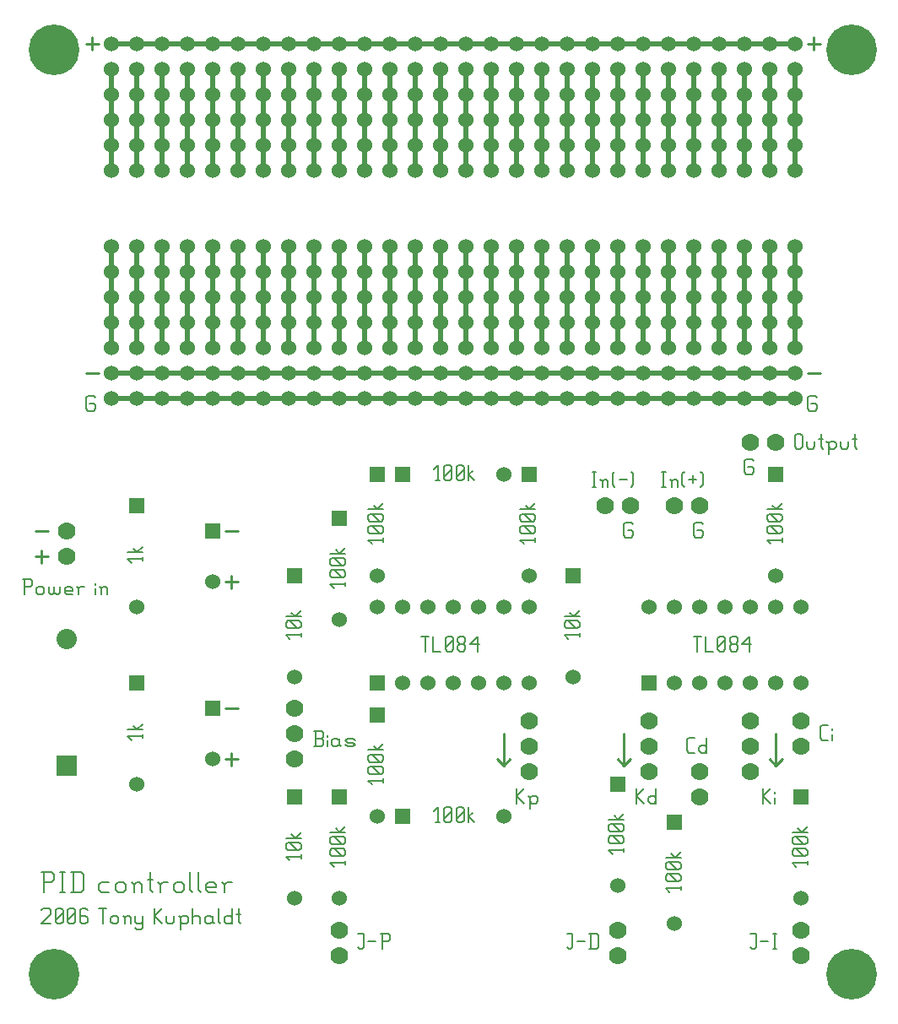
<source format=gbr>
G04 Title: (unknown), layergroup #1 *
G04 Creator: pcb-bin 20050315 *
G04 CreationDate: Fri Feb 24 05:37:41 2006 UTC *
G04 For: tony *
G04 Format: Gerber/RS-274X *
G04 PCB-Dimensions: 347600 397900 *
G04 PCB-Coordinate-Origin: lower left *
%MOIN*%
%FSLAX24Y24*%
G04 contains layers component (0) signal2 (5) *
%IPPOS*%
%ADD11C,0.0250*%
%ADD12C,0.0450*%
%ADD13C,0.0200*%
%ADD14C,0.0400*%
%ADD15C,0.0100*%
%ADD16C,0.0220*%
%ADD17C,0.0700*%
%ADD18C,0.0760*%
%ADD19C,0.0600*%
%ADD20C,0.0660*%
%ADD21R,0.0800X0.0800*%
%ADD22R,0.0860X0.0860*%
%ADD23C,0.0800*%
%ADD24C,0.0860*%
%ADD25R,0.0600X0.0600*%
%ADD26R,0.0660X0.0660*%
%ADD27C,0.0080*%
%ADD28C,0.2000*%
%LNGROUP_0*%
%LPD*%
G01X0Y0D02*
G54D15*X2750Y25540D02*X3250D01*
X31250D02*X31750D01*
X31250Y38540D02*X31750D01*
X31500Y38790D02*Y38290D01*
X2750Y38540D02*X3250D01*
X3000Y38790D02*Y38290D01*
G54D13*X29750Y30540D02*Y26540D01*
X28750Y30540D02*Y26540D01*
X27750Y30540D02*Y26540D01*
X26750Y30540D02*Y26540D01*
X25750Y30540D02*Y26540D01*
X24750Y30540D02*Y26540D01*
X23750Y30540D02*Y26540D01*
X22750Y30540D02*Y26540D01*
X21750Y30540D02*Y26540D01*
X20750Y30540D02*Y26540D01*
X19750Y30540D02*Y26540D01*
X18750Y30540D02*Y26540D01*
X17750Y30540D02*Y26540D01*
X16750Y30540D02*Y26540D01*
X15750Y30540D02*Y26540D01*
X14750Y30540D02*Y26540D01*
X13750Y30540D02*Y26540D01*
X12750Y30540D02*Y26540D01*
X11750Y30540D02*Y26540D01*
X10750Y30540D02*Y26540D01*
X9750Y30540D02*Y26540D01*
X8750Y30540D02*Y26540D01*
X7750Y30540D02*Y26540D01*
X6750Y30540D02*Y26540D01*
X5750Y30540D02*Y26540D01*
X4750Y30540D02*Y26540D01*
X3750Y30540D02*Y26540D01*
Y37540D02*Y33540D01*
X4750Y37540D02*Y33540D01*
X5750Y37540D02*Y33540D01*
X6750Y37540D02*Y33540D01*
X7750Y37540D02*Y33540D01*
X8750Y37540D02*Y33540D01*
X9750Y37540D02*Y33540D01*
X10750Y37540D02*Y33540D01*
X11750Y37540D02*Y33540D01*
X12750Y37540D02*Y33540D01*
X13750Y37540D02*Y33540D01*
X14750Y37540D02*Y33540D01*
X30750Y30540D02*Y26540D01*
X16750Y37540D02*Y33540D01*
X17750Y37540D02*Y33540D01*
X18750Y37540D02*Y33540D01*
X19750Y37540D02*Y33540D01*
X20750Y37540D02*Y33540D01*
X21750Y37540D02*Y33540D01*
X22750Y37540D02*Y33540D01*
X23750Y37540D02*Y33540D01*
X15750Y37540D02*Y33540D01*
X24750Y37540D02*Y33540D01*
X25750Y37540D02*Y33540D01*
X26750Y37540D02*Y33540D01*
X27750D02*Y37540D01*
X28750D02*Y33540D01*
X29750D02*Y37540D01*
X30750D02*Y33540D01*
X3750Y38540D02*X30750D01*
X3750Y25540D02*X30750D01*
X3750Y24540D02*X30750D01*
G54D15*X8500Y10540D02*Y10040D01*
X750Y18290D02*X1250D01*
X750Y19290D02*X1250D01*
X24000Y10040D02*X24250Y10290D01*
X23750D02*X24000Y10040D01*
Y11290D02*Y10040D01*
X19250D02*X19500Y10290D01*
X19250Y11290D02*Y10040D01*
X19000Y10290D02*X19250Y10040D01*
X8250Y10290D02*X8750D01*
X8250Y17290D02*X8750D01*
X8250Y12290D02*X8750D01*
X8500Y17540D02*Y17040D01*
X8250Y19290D02*X8750D01*
X1000Y18540D02*Y18040D01*
X30000Y11290D02*Y10040D01*
X30250Y10290D01*
X29750D02*X30000Y10040D01*
G04 Text: Cd *
G54D27*X26575Y10540D02*X26800D01*
X26500Y10615D02*X26575Y10540D01*
X26500Y11065D02*Y10615D01*
Y11065D02*X26575Y11140D01*
X26800D01*
X27280D02*Y10540D01*
X27205D02*X27280Y10615D01*
X27055Y10540D02*X27205D01*
X26980Y10615D02*X27055Y10540D01*
X26980Y10765D02*Y10615D01*
Y10765D02*X27055Y10840D01*
X27205D01*
X27280Y10765D01*
G04 Text: G *
X31550Y24640D02*X31625Y24565D01*
X31325Y24640D02*X31550D01*
X31250Y24565D02*X31325Y24640D01*
X31250Y24565D02*Y24115D01*
X31325Y24040D01*
X31550D01*
X31625Y24115D01*
Y24265D02*Y24115D01*
X31550Y24340D02*X31625Y24265D01*
X31400Y24340D02*X31550D01*
G04 Text: 100k *
X14500Y9515D02*Y9365D01*
X13900Y9440D02*X14500D01*
X14050Y9290D02*X13900Y9440D01*
X14425Y9695D02*X14500Y9770D01*
X13975Y9695D02*X14425D01*
X13975D02*X13900Y9770D01*
Y9920D02*Y9770D01*
Y9920D02*X13975Y9995D01*
X14425D01*
X14500Y9920D02*X14425Y9995D01*
X14500Y9920D02*Y9770D01*
X14350Y9695D02*X14050Y9995D01*
X14425Y10175D02*X14500Y10250D01*
X13975Y10175D02*X14425D01*
X13975D02*X13900Y10250D01*
Y10400D02*Y10250D01*
Y10400D02*X13975Y10475D01*
X14425D01*
X14500Y10400D02*X14425Y10475D01*
X14500Y10400D02*Y10250D01*
X14350Y10175D02*X14050Y10475D01*
X13900Y10655D02*X14500D01*
X14275D02*X14500Y10880D01*
X14275Y10655D02*X14125Y10805D01*
G04 Text: 100k *
X14500Y19015D02*Y18865D01*
X13900Y18940D02*X14500D01*
X14050Y18790D02*X13900Y18940D01*
X14425Y19195D02*X14500Y19270D01*
X13975Y19195D02*X14425D01*
X13975D02*X13900Y19270D01*
Y19420D02*Y19270D01*
Y19420D02*X13975Y19495D01*
X14425D01*
X14500Y19420D02*X14425Y19495D01*
X14500Y19420D02*Y19270D01*
X14350Y19195D02*X14050Y19495D01*
X14425Y19675D02*X14500Y19750D01*
X13975Y19675D02*X14425D01*
X13975D02*X13900Y19750D01*
Y19900D02*Y19750D01*
Y19900D02*X13975Y19975D01*
X14425D01*
X14500Y19900D02*X14425Y19975D01*
X14500Y19900D02*Y19750D01*
X14350Y19675D02*X14050Y19975D01*
X13900Y20155D02*X14500D01*
X14275D02*X14500Y20380D01*
X14275Y20155D02*X14125Y20305D01*
G04 Text: 1k *
X5000Y18265D02*Y18115D01*
X4400Y18190D02*X5000D01*
X4550Y18040D02*X4400Y18190D01*
Y18445D02*X5000D01*
X4775D02*X5000Y18670D01*
X4775Y18445D02*X4625Y18595D01*
G04 Text: G *
X29050Y22140D02*X29125Y22065D01*
X28825Y22140D02*X29050D01*
X28750Y22065D02*X28825Y22140D01*
X28750Y22065D02*Y21615D01*
X28825Y21540D01*
X29050D01*
X29125Y21615D01*
Y21765D02*Y21615D01*
X29050Y21840D02*X29125Y21765D01*
X28900Y21840D02*X29050D01*
G04 Text: 100k *
X24000Y6765D02*Y6615D01*
X23400Y6690D02*X24000D01*
X23550Y6540D02*X23400Y6690D01*
X23925Y6945D02*X24000Y7020D01*
X23475Y6945D02*X23925D01*
X23475D02*X23400Y7020D01*
Y7170D02*Y7020D01*
Y7170D02*X23475Y7245D01*
X23925D01*
X24000Y7170D02*X23925Y7245D01*
X24000Y7170D02*Y7020D01*
X23850Y6945D02*X23550Y7245D01*
X23925Y7425D02*X24000Y7500D01*
X23475Y7425D02*X23925D01*
X23475D02*X23400Y7500D01*
Y7650D02*Y7500D01*
Y7650D02*X23475Y7725D01*
X23925D01*
X24000Y7650D02*X23925Y7725D01*
X24000Y7650D02*Y7500D01*
X23850Y7425D02*X23550Y7725D01*
X23400Y7905D02*X24000D01*
X23775D02*X24000Y8130D01*
X23775Y7905D02*X23625Y8055D01*
G04 Text: Output *
X30750Y23065D02*Y22615D01*
Y23065D02*X30825Y23140D01*
X30975D01*
X31050Y23065D01*
Y22615D01*
X30975Y22540D02*X31050Y22615D01*
X30825Y22540D02*X30975D01*
X30750Y22615D02*X30825Y22540D01*
X31230Y22840D02*Y22615D01*
X31305Y22540D01*
X31455D01*
X31530Y22615D01*
Y22840D02*Y22615D01*
X31785Y23140D02*Y22615D01*
X31860Y22540D01*
X31710Y22915D02*X31860D01*
X32085Y22765D02*Y22315D01*
X32010Y22840D02*X32085Y22765D01*
X32160Y22840D01*
X32310D01*
X32385Y22765D01*
Y22615D01*
X32310Y22540D02*X32385Y22615D01*
X32160Y22540D02*X32310D01*
X32085Y22615D02*X32160Y22540D01*
X32565Y22840D02*Y22615D01*
X32640Y22540D01*
X32790D01*
X32865Y22615D01*
Y22840D02*Y22615D01*
X33120Y23140D02*Y22615D01*
X33195Y22540D01*
X33045Y22915D02*X33195D01*
G04 Text: 10k *
X22250Y15265D02*Y15115D01*
X21650Y15190D02*X22250D01*
X21800Y15040D02*X21650Y15190D01*
X22175Y15445D02*X22250Y15520D01*
X21725Y15445D02*X22175D01*
X21725D02*X21650Y15520D01*
Y15670D02*Y15520D01*
Y15670D02*X21725Y15745D01*
X22175D01*
X22250Y15670D02*X22175Y15745D01*
X22250Y15670D02*Y15520D01*
X22100Y15445D02*X21800Y15745D01*
X21650Y15925D02*X22250D01*
X22025D02*X22250Y16150D01*
X22025Y15925D02*X21875Y16075D01*
G04 Text: 10k *
X11250Y15265D02*Y15115D01*
X10650Y15190D02*X11250D01*
X10800Y15040D02*X10650Y15190D01*
X11175Y15445D02*X11250Y15520D01*
X10725Y15445D02*X11175D01*
X10725D02*X10650Y15520D01*
Y15670D02*Y15520D01*
Y15670D02*X10725Y15745D01*
X11175D01*
X11250Y15670D02*X11175Y15745D01*
X11250Y15670D02*Y15520D01*
X11100Y15445D02*X10800Y15745D01*
X10650Y15925D02*X11250D01*
X11025D02*X11250Y16150D01*
X11025Y15925D02*X10875Y16075D01*
G04 Text: 2006 Tony Kuphaldt *
X1000Y4315D02*X1075Y4390D01*
X1300D01*
X1375Y4315D01*
Y4165D01*
X1000Y3790D02*X1375Y4165D01*
X1000Y3790D02*X1375D01*
X1555Y3865D02*X1630Y3790D01*
X1555Y4315D02*Y3865D01*
Y4315D02*X1630Y4390D01*
X1780D01*
X1855Y4315D01*
Y3865D01*
X1780Y3790D02*X1855Y3865D01*
X1630Y3790D02*X1780D01*
X1555Y3940D02*X1855Y4240D01*
X2035Y3865D02*X2110Y3790D01*
X2035Y4315D02*Y3865D01*
Y4315D02*X2110Y4390D01*
X2260D01*
X2335Y4315D01*
Y3865D01*
X2260Y3790D02*X2335Y3865D01*
X2110Y3790D02*X2260D01*
X2035Y3940D02*X2335Y4240D01*
X2740Y4390D02*X2815Y4315D01*
X2590Y4390D02*X2740D01*
X2515Y4315D02*X2590Y4390D01*
X2515Y4315D02*Y3865D01*
X2590Y3790D01*
X2740Y4090D02*X2815Y4015D01*
X2515Y4090D02*X2740D01*
X2590Y3790D02*X2740D01*
X2815Y3865D01*
Y4015D02*Y3865D01*
X3265Y4390D02*X3565D01*
X3415D02*Y3790D01*
X3745Y4015D02*Y3865D01*
Y4015D02*X3820Y4090D01*
X3970D01*
X4045Y4015D01*
Y3865D01*
X3970Y3790D02*X4045Y3865D01*
X3820Y3790D02*X3970D01*
X3745Y3865D02*X3820Y3790D01*
X4300Y4015D02*Y3790D01*
Y4015D02*X4375Y4090D01*
X4450D01*
X4525Y4015D01*
Y3790D01*
X4225Y4090D02*X4300Y4015D01*
X4706Y4090D02*Y3865D01*
X4781Y3790D01*
X5006Y4090D02*Y3640D01*
X4931Y3565D02*X5006Y3640D01*
X4781Y3565D02*X4931D01*
X4706Y3640D02*X4781Y3565D01*
Y3790D02*X4931D01*
X5006Y3865D01*
X5456Y4390D02*Y3790D01*
Y4090D02*X5756Y4390D01*
X5456Y4090D02*X5756Y3790D01*
X5936Y4090D02*Y3865D01*
X6011Y3790D01*
X6161D01*
X6236Y3865D01*
Y4090D02*Y3865D01*
X6491Y4015D02*Y3565D01*
X6416Y4090D02*X6491Y4015D01*
X6566Y4090D01*
X6716D01*
X6791Y4015D01*
Y3865D01*
X6716Y3790D02*X6791Y3865D01*
X6566Y3790D02*X6716D01*
X6491Y3865D02*X6566Y3790D01*
X6971Y4390D02*Y3790D01*
Y4015D02*X7046Y4090D01*
X7196D01*
X7271Y4015D01*
Y3790D01*
X7676Y4090D02*X7751Y4015D01*
X7526Y4090D02*X7676D01*
X7451Y4015D02*X7526Y4090D01*
X7451Y4015D02*Y3865D01*
X7526Y3790D01*
X7751Y4090D02*Y3865D01*
X7826Y3790D01*
X7526D02*X7676D01*
X7751Y3865D01*
X8006Y4390D02*Y3865D01*
X8081Y3790D01*
X8532Y4390D02*Y3790D01*
X8457D02*X8532Y3865D01*
X8307Y3790D02*X8457D01*
X8232Y3865D02*X8307Y3790D01*
X8232Y4015D02*Y3865D01*
Y4015D02*X8307Y4090D01*
X8457D01*
X8532Y4015D01*
X8787Y4390D02*Y3865D01*
X8862Y3790D01*
X8712Y4165D02*X8862D01*
G04 Text: 100k *
X13000Y17265D02*Y17115D01*
X12400Y17190D02*X13000D01*
X12550Y17040D02*X12400Y17190D01*
X12925Y17445D02*X13000Y17520D01*
X12475Y17445D02*X12925D01*
X12475D02*X12400Y17520D01*
Y17670D02*Y17520D01*
Y17670D02*X12475Y17745D01*
X12925D01*
X13000Y17670D02*X12925Y17745D01*
X13000Y17670D02*Y17520D01*
X12850Y17445D02*X12550Y17745D01*
X12925Y17925D02*X13000Y18000D01*
X12475Y17925D02*X12925D01*
X12475D02*X12400Y18000D01*
Y18150D02*Y18000D01*
Y18150D02*X12475Y18225D01*
X12925D01*
X13000Y18150D02*X12925Y18225D01*
X13000Y18150D02*Y18000D01*
X12850Y17925D02*X12550Y18225D01*
X12400Y18405D02*X13000D01*
X12775D02*X13000Y18630D01*
X12775Y18405D02*X12625Y18555D01*
G04 Text: 100k *
X13000Y6265D02*Y6115D01*
X12400Y6190D02*X13000D01*
X12550Y6040D02*X12400Y6190D01*
X12925Y6445D02*X13000Y6520D01*
X12475Y6445D02*X12925D01*
X12475D02*X12400Y6520D01*
Y6670D02*Y6520D01*
Y6670D02*X12475Y6745D01*
X12925D01*
X13000Y6670D02*X12925Y6745D01*
X13000Y6670D02*Y6520D01*
X12850Y6445D02*X12550Y6745D01*
X12925Y6925D02*X13000Y7000D01*
X12475Y6925D02*X12925D01*
X12475D02*X12400Y7000D01*
Y7150D02*Y7000D01*
Y7150D02*X12475Y7225D01*
X12925D01*
X13000Y7150D02*X12925Y7225D01*
X13000Y7150D02*Y7000D01*
X12850Y6925D02*X12550Y7225D01*
X12400Y7405D02*X13000D01*
X12775D02*X13000Y7630D01*
X12775Y7405D02*X12625Y7555D01*
G04 Text: G *
X24300Y19640D02*X24375Y19565D01*
X24075Y19640D02*X24300D01*
X24000Y19565D02*X24075Y19640D01*
X24000Y19565D02*Y19115D01*
X24075Y19040D01*
X24300D01*
X24375Y19115D01*
Y19265D02*Y19115D01*
X24300Y19340D02*X24375Y19265D01*
X24150Y19340D02*X24300D01*
G04 Text: TL084 *
X26750Y15140D02*X27050D01*
X26900D02*Y14540D01*
X27230Y15140D02*Y14540D01*
X27530D01*
X27710Y14615D02*X27785Y14540D01*
X27710Y15065D02*Y14615D01*
Y15065D02*X27785Y15140D01*
X27935D01*
X28010Y15065D01*
Y14615D01*
X27935Y14540D02*X28010Y14615D01*
X27785Y14540D02*X27935D01*
X27710Y14690D02*X28010Y14990D01*
X28190Y14615D02*X28265Y14540D01*
X28190Y14765D02*Y14615D01*
Y14765D02*X28265Y14840D01*
X28415D01*
X28490Y14765D01*
Y14615D01*
X28415Y14540D02*X28490Y14615D01*
X28265Y14540D02*X28415D01*
X28190Y14915D02*X28265Y14840D01*
X28190Y15065D02*Y14915D01*
Y15065D02*X28265Y15140D01*
X28415D01*
X28490Y15065D01*
Y14915D01*
X28415Y14840D02*X28490Y14915D01*
X28670Y14840D02*X28970Y15140D01*
X28670Y14840D02*X29045D01*
X28970Y15140D02*Y14540D01*
G04 Text: G *
X27050Y19640D02*X27125Y19565D01*
X26825Y19640D02*X27050D01*
X26750Y19565D02*X26825Y19640D01*
X26750Y19565D02*Y19115D01*
X26825Y19040D01*
X27050D01*
X27125Y19115D01*
Y19265D02*Y19115D01*
X27050Y19340D02*X27125Y19265D01*
X26900Y19340D02*X27050D01*
G04 Text: 10k *
X11250Y6515D02*Y6365D01*
X10650Y6440D02*X11250D01*
X10800Y6290D02*X10650Y6440D01*
X11175Y6695D02*X11250Y6770D01*
X10725Y6695D02*X11175D01*
X10725D02*X10650Y6770D01*
Y6920D02*Y6770D01*
Y6920D02*X10725Y6995D01*
X11175D01*
X11250Y6920D02*X11175Y6995D01*
X11250Y6920D02*Y6770D01*
X11100Y6695D02*X10800Y6995D01*
X10650Y7175D02*X11250D01*
X11025D02*X11250Y7400D01*
X11025Y7175D02*X10875Y7325D01*
G04 Text: 100k *
X16575Y21290D02*X16725D01*
X16650Y21890D02*Y21290D01*
X16500Y21740D02*X16650Y21890D01*
X16905Y21365D02*X16980Y21290D01*
X16905Y21815D02*Y21365D01*
Y21815D02*X16980Y21890D01*
X17130D01*
X17205Y21815D01*
Y21365D01*
X17130Y21290D02*X17205Y21365D01*
X16980Y21290D02*X17130D01*
X16905Y21440D02*X17205Y21740D01*
X17385Y21365D02*X17460Y21290D01*
X17385Y21815D02*Y21365D01*
Y21815D02*X17460Y21890D01*
X17610D01*
X17685Y21815D01*
Y21365D01*
X17610Y21290D02*X17685Y21365D01*
X17460Y21290D02*X17610D01*
X17385Y21440D02*X17685Y21740D01*
X17865Y21890D02*Y21290D01*
Y21515D02*X18090Y21290D01*
X17865Y21515D02*X18015Y21665D01*
G04 Text: Power in *
X325Y17390D02*Y16790D01*
X250Y17390D02*X550D01*
X625Y17315D01*
Y17165D01*
X550Y17090D02*X625Y17165D01*
X325Y17090D02*X550D01*
X805Y17015D02*Y16865D01*
Y17015D02*X880Y17090D01*
X1030D01*
X1105Y17015D01*
Y16865D01*
X1030Y16790D02*X1105Y16865D01*
X880Y16790D02*X1030D01*
X805Y16865D02*X880Y16790D01*
X1285Y17090D02*Y16865D01*
X1360Y16790D01*
X1435D01*
X1510Y16865D01*
Y17090D02*Y16865D01*
X1585Y16790D01*
X1660D01*
X1735Y16865D01*
Y17090D02*Y16865D01*
X1990Y16790D02*X2215D01*
X1915Y16865D02*X1990Y16790D01*
X1915Y17015D02*Y16865D01*
Y17015D02*X1990Y17090D01*
X2140D01*
X2215Y17015D01*
X1915Y16940D02*X2215D01*
Y17015D02*Y16940D01*
X2470Y17015D02*Y16790D01*
Y17015D02*X2545Y17090D01*
X2695D01*
X2395D02*X2470Y17015D01*
X3145Y17240D02*Y17165D01*
Y17015D02*Y16790D01*
X3370Y17015D02*Y16790D01*
Y17015D02*X3445Y17090D01*
X3520D01*
X3595Y17015D01*
Y16790D01*
X3295Y17090D02*X3370Y17015D01*
G04 Text: 100k *
X26250Y5265D02*Y5115D01*
X25650Y5190D02*X26250D01*
X25800Y5040D02*X25650Y5190D01*
X26175Y5445D02*X26250Y5520D01*
X25725Y5445D02*X26175D01*
X25725D02*X25650Y5520D01*
Y5670D02*Y5520D01*
Y5670D02*X25725Y5745D01*
X26175D01*
X26250Y5670D02*X26175Y5745D01*
X26250Y5670D02*Y5520D01*
X26100Y5445D02*X25800Y5745D01*
X26175Y5925D02*X26250Y6000D01*
X25725Y5925D02*X26175D01*
X25725D02*X25650Y6000D01*
Y6150D02*Y6000D01*
Y6150D02*X25725Y6225D01*
X26175D01*
X26250Y6150D02*X26175Y6225D01*
X26250Y6150D02*Y6000D01*
X26100Y5925D02*X25800Y6225D01*
X25650Y6405D02*X26250D01*
X26025D02*X26250Y6630D01*
X26025Y6405D02*X25875Y6555D01*
G04 Text: 100k *
X31250Y6265D02*Y6115D01*
X30650Y6190D02*X31250D01*
X30800Y6040D02*X30650Y6190D01*
X31175Y6445D02*X31250Y6520D01*
X30725Y6445D02*X31175D01*
X30725D02*X30650Y6520D01*
Y6670D02*Y6520D01*
Y6670D02*X30725Y6745D01*
X31175D01*
X31250Y6670D02*X31175Y6745D01*
X31250Y6670D02*Y6520D01*
X31100Y6445D02*X30800Y6745D01*
X31175Y6925D02*X31250Y7000D01*
X30725Y6925D02*X31175D01*
X30725D02*X30650Y7000D01*
Y7150D02*Y7000D01*
Y7150D02*X30725Y7225D01*
X31175D01*
X31250Y7150D02*X31175Y7225D01*
X31250Y7150D02*Y7000D01*
X31100Y6925D02*X30800Y7225D01*
X30650Y7405D02*X31250D01*
X31025D02*X31250Y7630D01*
X31025Y7405D02*X30875Y7555D01*
G04 Text: J-P *
X13500Y3390D02*X13725D01*
Y2865D01*
X13650Y2790D02*X13725Y2865D01*
X13575Y2790D02*X13650D01*
X13500Y2865D02*X13575Y2790D01*
X13905Y3090D02*X14205D01*
X14460Y3390D02*Y2790D01*
X14385Y3390D02*X14685D01*
X14760Y3315D01*
Y3165D01*
X14685Y3090D02*X14760Y3165D01*
X14460Y3090D02*X14685D01*
G04 Text: Ci *
X31825Y11040D02*X32050D01*
X31750Y11115D02*X31825Y11040D01*
X31750Y11565D02*Y11115D01*
Y11565D02*X31825Y11640D01*
X32050D01*
X32230Y11490D02*Y11415D01*
Y11265D02*Y11040D01*
G04 Text: In(-) *
X22750Y21640D02*X22900D01*
X22825D02*Y21040D01*
X22750D02*X22900D01*
X23155Y21265D02*Y21040D01*
Y21265D02*X23230Y21340D01*
X23305D01*
X23380Y21265D01*
Y21040D01*
X23080Y21340D02*X23155Y21265D01*
X23560Y21115D02*X23635Y21040D01*
X23560Y21565D02*X23635Y21640D01*
X23560Y21565D02*Y21115D01*
X23815Y21340D02*X24115D01*
X24295Y21640D02*X24370Y21565D01*
Y21115D01*
X24295Y21040D02*X24370Y21115D01*
G04 Text: 100k *
X16575Y7790D02*X16725D01*
X16650Y8390D02*Y7790D01*
X16500Y8240D02*X16650Y8390D01*
X16905Y7865D02*X16980Y7790D01*
X16905Y8315D02*Y7865D01*
Y8315D02*X16980Y8390D01*
X17130D01*
X17205Y8315D01*
Y7865D01*
X17130Y7790D02*X17205Y7865D01*
X16980Y7790D02*X17130D01*
X16905Y7940D02*X17205Y8240D01*
X17385Y7865D02*X17460Y7790D01*
X17385Y8315D02*Y7865D01*
Y8315D02*X17460Y8390D01*
X17610D01*
X17685Y8315D01*
Y7865D01*
X17610Y7790D02*X17685Y7865D01*
X17460Y7790D02*X17610D01*
X17385Y7940D02*X17685Y8240D01*
X17865Y8390D02*Y7790D01*
Y8015D02*X18090Y7790D01*
X17865Y8015D02*X18015Y8165D01*
G04 Text: Bias *
X11750Y10790D02*X12050D01*
X12125Y10865D01*
Y11015D02*Y10865D01*
X12050Y11090D02*X12125Y11015D01*
X11825Y11090D02*X12050D01*
X11825Y11390D02*Y10790D01*
X11750Y11390D02*X12050D01*
X12125Y11315D01*
Y11165D01*
X12050Y11090D02*X12125Y11165D01*
X12305Y11240D02*Y11165D01*
Y11015D02*Y10790D01*
X12680Y11090D02*X12755Y11015D01*
X12530Y11090D02*X12680D01*
X12455Y11015D02*X12530Y11090D01*
X12455Y11015D02*Y10865D01*
X12530Y10790D01*
X12755Y11090D02*Y10865D01*
X12830Y10790D01*
X12530D02*X12680D01*
X12755Y10865D01*
X13085Y10790D02*X13310D01*
X13385Y10865D01*
X13310Y10940D02*X13385Y10865D01*
X13085Y10940D02*X13310D01*
X13010Y11015D02*X13085Y10940D01*
X13010Y11015D02*X13085Y11090D01*
X13310D01*
X13385Y11015D01*
X13010Y10865D02*X13085Y10790D01*
G04 Text: G *
X3050Y24640D02*X3125Y24565D01*
X2825Y24640D02*X3050D01*
X2750Y24565D02*X2825Y24640D01*
X2750Y24565D02*Y24115D01*
X2825Y24040D01*
X3050D01*
X3125Y24115D01*
Y24265D02*Y24115D01*
X3050Y24340D02*X3125Y24265D01*
X2900Y24340D02*X3050D01*
G04 Text: Ki *
X29500Y9140D02*Y8540D01*
Y8840D02*X29800Y9140D01*
X29500Y8840D02*X29800Y8540D01*
X29980Y8990D02*Y8915D01*
Y8765D02*Y8540D01*
G04 Text: 100k *
X20500Y19015D02*Y18865D01*
X19900Y18940D02*X20500D01*
X20050Y18790D02*X19900Y18940D01*
X20425Y19195D02*X20500Y19270D01*
X19975Y19195D02*X20425D01*
X19975D02*X19900Y19270D01*
Y19420D02*Y19270D01*
Y19420D02*X19975Y19495D01*
X20425D01*
X20500Y19420D02*X20425Y19495D01*
X20500Y19420D02*Y19270D01*
X20350Y19195D02*X20050Y19495D01*
X20425Y19675D02*X20500Y19750D01*
X19975Y19675D02*X20425D01*
X19975D02*X19900Y19750D01*
Y19900D02*Y19750D01*
Y19900D02*X19975Y19975D01*
X20425D01*
X20500Y19900D02*X20425Y19975D01*
X20500Y19900D02*Y19750D01*
X20350Y19675D02*X20050Y19975D01*
X19900Y20155D02*X20500D01*
X20275D02*X20500Y20380D01*
X20275Y20155D02*X20125Y20305D01*
G04 Text: J-I *
X29000Y3390D02*X29225D01*
Y2865D01*
X29150Y2790D02*X29225Y2865D01*
X29075Y2790D02*X29150D01*
X29000Y2865D02*X29075Y2790D01*
X29405Y3090D02*X29705D01*
X29885Y3390D02*X30035D01*
X29960D02*Y2790D01*
X29885D02*X30035D01*
G04 Text: TL084 *
X16000Y15140D02*X16300D01*
X16150D02*Y14540D01*
X16480Y15140D02*Y14540D01*
X16780D01*
X16960Y14615D02*X17035Y14540D01*
X16960Y15065D02*Y14615D01*
Y15065D02*X17035Y15140D01*
X17185D01*
X17260Y15065D01*
Y14615D01*
X17185Y14540D02*X17260Y14615D01*
X17035Y14540D02*X17185D01*
X16960Y14690D02*X17260Y14990D01*
X17440Y14615D02*X17515Y14540D01*
X17440Y14765D02*Y14615D01*
Y14765D02*X17515Y14840D01*
X17665D01*
X17740Y14765D01*
Y14615D01*
X17665Y14540D02*X17740Y14615D01*
X17515Y14540D02*X17665D01*
X17440Y14915D02*X17515Y14840D01*
X17440Y15065D02*Y14915D01*
Y15065D02*X17515Y15140D01*
X17665D01*
X17740Y15065D01*
Y14915D01*
X17665Y14840D02*X17740Y14915D01*
X17920Y14840D02*X18220Y15140D01*
X17920Y14840D02*X18295D01*
X18220Y15140D02*Y14540D01*
G04 Text: Kd *
X24500Y9140D02*Y8540D01*
Y8840D02*X24800Y9140D01*
X24500Y8840D02*X24800Y8540D01*
X25280Y9140D02*Y8540D01*
X25205D02*X25280Y8615D01*
X25055Y8540D02*X25205D01*
X24980Y8615D02*X25055Y8540D01*
X24980Y8765D02*Y8615D01*
Y8765D02*X25055Y8840D01*
X25205D01*
X25280Y8765D01*
G04 Text: Kp *
X19750Y9140D02*Y8540D01*
Y8840D02*X20050Y9140D01*
X19750Y8840D02*X20050Y8540D01*
X20305Y8765D02*Y8315D01*
X20230Y8840D02*X20305Y8765D01*
X20380Y8840D01*
X20530D01*
X20605Y8765D01*
Y8615D01*
X20530Y8540D02*X20605Y8615D01*
X20380Y8540D02*X20530D01*
X20305Y8615D02*X20380Y8540D01*
G04 Text: 1k *
X5000Y11265D02*Y11115D01*
X4400Y11190D02*X5000D01*
X4550Y11040D02*X4400Y11190D01*
Y11445D02*X5000D01*
X4775D02*X5000Y11670D01*
X4775Y11445D02*X4625Y11595D01*
G04 Text: 100k *
X30250Y19015D02*Y18865D01*
X29650Y18940D02*X30250D01*
X29800Y18790D02*X29650Y18940D01*
X30175Y19195D02*X30250Y19270D01*
X29725Y19195D02*X30175D01*
X29725D02*X29650Y19270D01*
Y19420D02*Y19270D01*
Y19420D02*X29725Y19495D01*
X30175D01*
X30250Y19420D02*X30175Y19495D01*
X30250Y19420D02*Y19270D01*
X30100Y19195D02*X29800Y19495D01*
X30175Y19675D02*X30250Y19750D01*
X29725Y19675D02*X30175D01*
X29725D02*X29650Y19750D01*
Y19900D02*Y19750D01*
Y19900D02*X29725Y19975D01*
X30175D01*
X30250Y19900D02*X30175Y19975D01*
X30250Y19900D02*Y19750D01*
X30100Y19675D02*X29800Y19975D01*
X29650Y20155D02*X30250D01*
X30025D02*X30250Y20380D01*
X30025Y20155D02*X29875Y20305D01*
G04 Text: J-D *
X21750Y3390D02*X21975D01*
Y2865D01*
X21900Y2790D02*X21975Y2865D01*
X21825Y2790D02*X21900D01*
X21750Y2865D02*X21825Y2790D01*
X22155Y3090D02*X22455D01*
X22710Y3390D02*Y2790D01*
X22935Y3390D02*X23010Y3315D01*
Y2865D01*
X22935Y2790D02*X23010Y2865D01*
X22635Y2790D02*X22935D01*
X22635Y3390D02*X22935D01*
G04 Text: In(+) *
X25500Y21640D02*X25650D01*
X25575D02*Y21040D01*
X25500D02*X25650D01*
X25905Y21265D02*Y21040D01*
Y21265D02*X25980Y21340D01*
X26055D01*
X26130Y21265D01*
Y21040D01*
X25830Y21340D02*X25905Y21265D01*
X26310Y21115D02*X26385Y21040D01*
X26310Y21565D02*X26385Y21640D01*
X26310Y21565D02*Y21115D01*
X26565Y21340D02*X26865D01*
X26715Y21490D02*Y21190D01*
X27045Y21640D02*X27120Y21565D01*
Y21115D01*
X27045Y21040D02*X27120Y21115D01*
G04 Text: PID controller *
X1100Y5840D02*Y5040D01*
X1000Y5840D02*X1400D01*
X1500Y5740D01*
Y5540D01*
X1400Y5440D02*X1500Y5540D01*
X1100Y5440D02*X1400D01*
X1740Y5840D02*X1940D01*
X1840D02*Y5040D01*
X1740D02*X1940D01*
X2280Y5840D02*Y5040D01*
X2580Y5840D02*X2680Y5740D01*
Y5140D01*
X2580Y5040D02*X2680Y5140D01*
X2180Y5040D02*X2580D01*
X2180Y5840D02*X2580D01*
X3380Y5440D02*X3680D01*
X3280Y5340D02*X3380Y5440D01*
X3280Y5340D02*Y5140D01*
X3380Y5040D01*
X3680D01*
X3920Y5340D02*Y5140D01*
Y5340D02*X4020Y5440D01*
X4220D01*
X4320Y5340D01*
Y5140D01*
X4220Y5040D02*X4320Y5140D01*
X4020Y5040D02*X4220D01*
X3920Y5140D02*X4020Y5040D01*
X4661Y5340D02*Y5040D01*
Y5340D02*X4761Y5440D01*
X4861D01*
X4961Y5340D01*
Y5040D01*
X4561Y5440D02*X4661Y5340D01*
X5301Y5840D02*Y5140D01*
X5401Y5040D01*
X5201Y5540D02*X5401D01*
X5701Y5340D02*Y5040D01*
Y5340D02*X5801Y5440D01*
X6001D01*
X5601D02*X5701Y5340D01*
X6241D02*Y5140D01*
Y5340D02*X6341Y5440D01*
X6541D01*
X6641Y5340D01*
Y5140D01*
X6541Y5040D02*X6641Y5140D01*
X6341Y5040D02*X6541D01*
X6241Y5140D02*X6341Y5040D01*
X6881Y5840D02*Y5140D01*
X6981Y5040D01*
X7182Y5840D02*Y5140D01*
X7282Y5040D01*
X7582D02*X7882D01*
X7482Y5140D02*X7582Y5040D01*
X7482Y5340D02*Y5140D01*
Y5340D02*X7582Y5440D01*
X7782D01*
X7882Y5340D01*
X7482Y5240D02*X7882D01*
Y5340D02*Y5240D01*
X8222Y5340D02*Y5040D01*
Y5340D02*X8322Y5440D01*
X8522D01*
X8122D02*X8222Y5340D01*
G54D17*X29000Y11790D03*
Y10790D03*
Y9790D03*
X25000Y11790D03*
Y10790D03*
Y9790D03*
G54D19*X3750Y38540D03*
X4750D03*
X6750D03*
X5750D03*
X7750D03*
X8750D03*
X10750D03*
X9750D03*
X11750D03*
X12750D03*
X14750D03*
X13750D03*
X15750D03*
X16750D03*
X18750D03*
X17750D03*
X20750D03*
X19750D03*
X21750D03*
X22750D03*
X24750D03*
X23750D03*
X26750D03*
X25750D03*
X27750D03*
X28750D03*
X30750D03*
X29750D03*
X28750Y26540D03*
Y27540D03*
Y28540D03*
Y29540D03*
Y30540D03*
X27750Y26540D03*
Y27540D03*
Y28540D03*
Y29540D03*
Y30540D03*
X26750Y26540D03*
Y27540D03*
Y28540D03*
Y29540D03*
Y30540D03*
X25750Y26540D03*
Y27540D03*
Y28540D03*
Y29540D03*
Y30540D03*
X24750Y26540D03*
Y27540D03*
Y28540D03*
Y29540D03*
Y30540D03*
X23750Y26540D03*
Y27540D03*
Y28540D03*
Y29540D03*
Y30540D03*
X22750Y26540D03*
Y27540D03*
Y28540D03*
Y29540D03*
Y30540D03*
X21750Y26540D03*
Y27540D03*
Y28540D03*
Y29540D03*
Y30540D03*
X20750Y26540D03*
Y27540D03*
Y28540D03*
Y29540D03*
Y30540D03*
X19750Y26540D03*
Y27540D03*
Y28540D03*
Y29540D03*
Y30540D03*
X18750Y26540D03*
Y27540D03*
Y28540D03*
Y29540D03*
Y30540D03*
X17750Y26540D03*
Y27540D03*
Y28540D03*
Y29540D03*
Y30540D03*
X16750Y26540D03*
Y27540D03*
Y28540D03*
Y29540D03*
Y30540D03*
X11750Y26540D03*
Y27540D03*
Y28540D03*
Y29540D03*
Y30540D03*
X13750Y26540D03*
Y27540D03*
Y28540D03*
Y29540D03*
Y30540D03*
X30750Y26540D03*
Y27540D03*
Y28540D03*
Y29540D03*
Y30540D03*
X14750Y26540D03*
Y27540D03*
Y28540D03*
Y29540D03*
Y30540D03*
X15750Y26540D03*
Y27540D03*
Y28540D03*
Y29540D03*
Y30540D03*
X12750Y26540D03*
Y27540D03*
Y28540D03*
Y29540D03*
Y30540D03*
X9750Y26540D03*
Y27540D03*
Y28540D03*
Y29540D03*
Y30540D03*
X10750Y26540D03*
Y27540D03*
Y28540D03*
Y29540D03*
Y30540D03*
X8750Y26540D03*
Y27540D03*
Y28540D03*
Y29540D03*
Y30540D03*
X29750Y26540D03*
Y27540D03*
Y28540D03*
Y29540D03*
Y30540D03*
X4750Y26540D03*
Y27540D03*
Y28540D03*
Y29540D03*
Y30540D03*
X5750Y26540D03*
Y27540D03*
Y28540D03*
Y29540D03*
Y30540D03*
X6750Y26540D03*
Y27540D03*
Y28540D03*
Y29540D03*
Y30540D03*
X7750Y26540D03*
Y27540D03*
Y28540D03*
Y29540D03*
Y30540D03*
X3750Y26540D03*
Y27540D03*
Y28540D03*
Y29540D03*
Y30540D03*
X29750Y33540D03*
Y34540D03*
Y35540D03*
Y36540D03*
Y37540D03*
X28750Y33540D03*
Y34540D03*
Y35540D03*
Y36540D03*
Y37540D03*
X27750Y33540D03*
Y34540D03*
Y35540D03*
Y36540D03*
Y37540D03*
X26750Y33540D03*
Y34540D03*
Y35540D03*
Y36540D03*
Y37540D03*
X25750Y33540D03*
Y34540D03*
Y35540D03*
Y36540D03*
Y37540D03*
X24750Y33540D03*
Y34540D03*
Y35540D03*
Y36540D03*
Y37540D03*
X23750Y33540D03*
Y34540D03*
Y35540D03*
Y36540D03*
Y37540D03*
X22750Y33540D03*
Y34540D03*
Y35540D03*
Y36540D03*
Y37540D03*
X21750Y33540D03*
Y34540D03*
Y35540D03*
Y36540D03*
Y37540D03*
X20750Y33540D03*
Y34540D03*
Y35540D03*
Y36540D03*
Y37540D03*
X19750Y33540D03*
Y34540D03*
Y35540D03*
Y36540D03*
Y37540D03*
X18750Y33540D03*
Y34540D03*
Y35540D03*
Y36540D03*
Y37540D03*
X17750Y33540D03*
Y34540D03*
Y35540D03*
Y36540D03*
Y37540D03*
X16750Y33540D03*
Y34540D03*
Y35540D03*
Y36540D03*
Y37540D03*
X11750Y33540D03*
Y34540D03*
Y35540D03*
Y36540D03*
Y37540D03*
X13750Y33540D03*
Y34540D03*
Y35540D03*
Y36540D03*
Y37540D03*
X30750Y33540D03*
Y34540D03*
Y35540D03*
Y36540D03*
Y37540D03*
X14750Y33540D03*
Y34540D03*
Y35540D03*
Y36540D03*
Y37540D03*
X15750Y33540D03*
Y34540D03*
Y35540D03*
Y36540D03*
Y37540D03*
X3750Y33540D03*
Y34540D03*
Y35540D03*
Y36540D03*
Y37540D03*
X4750Y33540D03*
Y34540D03*
Y35540D03*
Y36540D03*
Y37540D03*
X5750Y33540D03*
Y34540D03*
Y35540D03*
Y36540D03*
Y37540D03*
X6750Y33540D03*
Y34540D03*
Y35540D03*
Y36540D03*
Y37540D03*
X7750Y33540D03*
Y34540D03*
Y35540D03*
Y36540D03*
Y37540D03*
X12750Y33540D03*
Y34540D03*
Y35540D03*
Y36540D03*
Y37540D03*
X9750Y33540D03*
Y34540D03*
Y35540D03*
Y36540D03*
Y37540D03*
X10750Y33540D03*
Y34540D03*
Y35540D03*
Y36540D03*
Y37540D03*
X8750Y33540D03*
Y34540D03*
Y35540D03*
Y36540D03*
Y37540D03*
X3750Y24540D03*
X4750D03*
X6750D03*
X5750D03*
X7750D03*
X8750D03*
X10750D03*
X9750D03*
X11750D03*
X12750D03*
X14750D03*
X13750D03*
X15750D03*
X16750D03*
X18750D03*
X17750D03*
X20750D03*
X19750D03*
X21750D03*
X22750D03*
X24750D03*
X23750D03*
X26750D03*
X25750D03*
X27750D03*
X28750D03*
X30750D03*
X29750D03*
G54D21*X2000Y10040D03*
G54D23*Y15040D03*
G54D17*X23250Y20290D03*
X24250D03*
X26000D03*
X27000D03*
G54D25*X22000Y17540D03*
G54D19*Y13540D03*
G54D25*X30000Y21540D03*
G54D19*Y17540D03*
G54D17*X31000Y3540D03*
Y2540D03*
X29000Y22790D03*
X30000D03*
G54D25*X26000Y7790D03*
G54D19*Y3790D03*
G54D25*X23750Y9290D03*
G54D19*Y5290D03*
G54D17*X11000Y12290D03*
Y11290D03*
Y10290D03*
G54D25*Y8790D03*
G54D19*Y4790D03*
G54D25*Y17540D03*
G54D19*Y13540D03*
G54D17*X20250Y11790D03*
Y10790D03*
Y9790D03*
G54D25*X7750Y19290D03*
G54D19*Y17290D03*
G54D25*X4750Y20290D03*
G54D19*Y16290D03*
G54D25*X7750Y12290D03*
G54D19*Y10290D03*
X3750Y25540D03*
X4750D03*
X6750D03*
X5750D03*
X7750D03*
X8750D03*
X10750D03*
X9750D03*
X11750D03*
X12750D03*
X14750D03*
X13750D03*
X15750D03*
X16750D03*
X18750D03*
X17750D03*
X20750D03*
X19750D03*
X21750D03*
X22750D03*
X24750D03*
X23750D03*
X26750D03*
X25750D03*
X27750D03*
X28750D03*
X30750D03*
X29750D03*
G54D25*X15250Y8040D03*
G54D19*X19250D03*
G54D25*X15250Y21540D03*
G54D19*X19250D03*
G54D25*X31000Y8790D03*
G54D19*Y4790D03*
G54D17*X23750Y3540D03*
Y2540D03*
G54D25*X12750Y8790D03*
G54D19*Y4790D03*
G54D25*X14250Y12040D03*
G54D19*Y8040D03*
G54D25*X12750Y19790D03*
G54D19*Y15790D03*
G54D25*X14250Y21540D03*
G54D19*Y17540D03*
G54D25*Y13290D03*
G54D19*X15250D03*
X16250D03*
X17250D03*
X18250D03*
X19250D03*
X20250D03*
Y16290D03*
X19250D03*
X18250D03*
X17250D03*
X16250D03*
X15250D03*
X14250D03*
G54D25*X20250Y21540D03*
G54D19*Y17540D03*
G54D17*X2000Y19290D03*
Y18290D03*
X27000Y9790D03*
Y8790D03*
X31000Y11790D03*
Y10790D03*
X12750Y3540D03*
Y2540D03*
G54D25*X25000Y13290D03*
G54D19*X26000D03*
X27000D03*
X28000D03*
X29000D03*
X30000D03*
X31000D03*
Y16290D03*
X30000D03*
X29000D03*
X28000D03*
X27000D03*
X26000D03*
X25000D03*
G54D25*X4750Y13290D03*
G54D19*Y9290D03*
G54D28*X33000Y38290D03*
X1500Y1790D03*
Y38290D03*
X33000Y1790D03*
M02*

</source>
